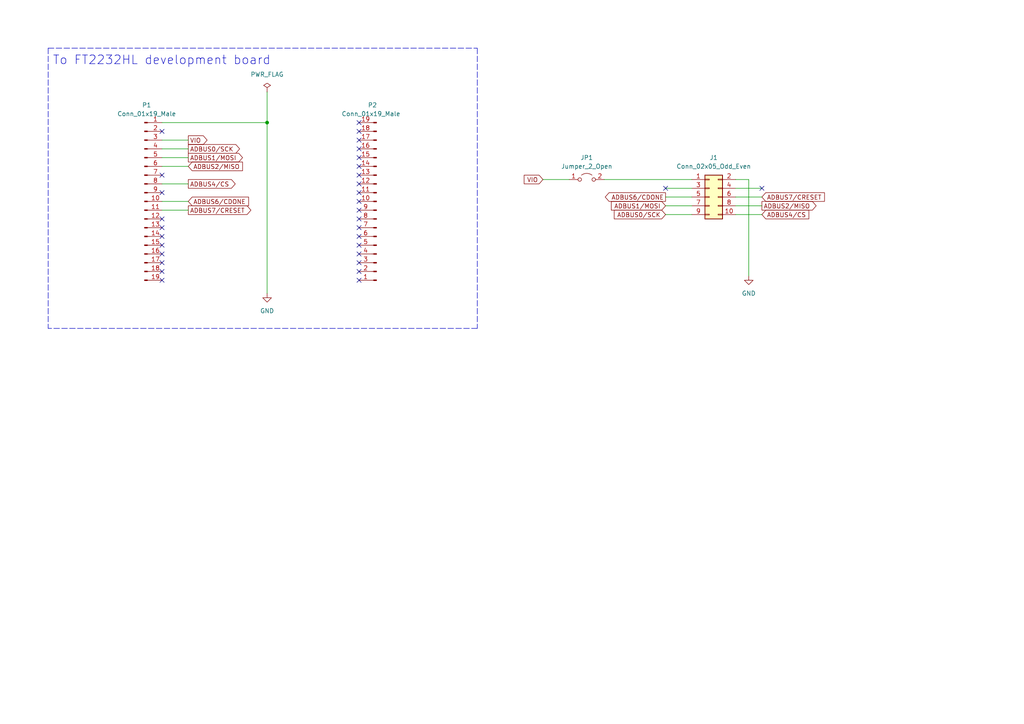
<source format=kicad_sch>
(kicad_sch (version 20211123) (generator eeschema)

  (uuid 670ddec8-9803-41e5-bf25-22ded227f554)

  (paper "A4")

  (lib_symbols
    (symbol "Connector:Conn_01x19_Male" (pin_names (offset 1.016) hide) (in_bom yes) (on_board yes)
      (property "Reference" "J" (id 0) (at 0 25.4 0)
        (effects (font (size 1.27 1.27)))
      )
      (property "Value" "Conn_01x19_Male" (id 1) (at 0 -25.4 0)
        (effects (font (size 1.27 1.27)))
      )
      (property "Footprint" "" (id 2) (at 0 0 0)
        (effects (font (size 1.27 1.27)) hide)
      )
      (property "Datasheet" "~" (id 3) (at 0 0 0)
        (effects (font (size 1.27 1.27)) hide)
      )
      (property "ki_keywords" "connector" (id 4) (at 0 0 0)
        (effects (font (size 1.27 1.27)) hide)
      )
      (property "ki_description" "Generic connector, single row, 01x19, script generated (kicad-library-utils/schlib/autogen/connector/)" (id 5) (at 0 0 0)
        (effects (font (size 1.27 1.27)) hide)
      )
      (property "ki_fp_filters" "Connector*:*_1x??_*" (id 6) (at 0 0 0)
        (effects (font (size 1.27 1.27)) hide)
      )
      (symbol "Conn_01x19_Male_1_1"
        (polyline
          (pts
            (xy 1.27 -22.86)
            (xy 0.8636 -22.86)
          )
          (stroke (width 0.1524) (type default) (color 0 0 0 0))
          (fill (type none))
        )
        (polyline
          (pts
            (xy 1.27 -20.32)
            (xy 0.8636 -20.32)
          )
          (stroke (width 0.1524) (type default) (color 0 0 0 0))
          (fill (type none))
        )
        (polyline
          (pts
            (xy 1.27 -17.78)
            (xy 0.8636 -17.78)
          )
          (stroke (width 0.1524) (type default) (color 0 0 0 0))
          (fill (type none))
        )
        (polyline
          (pts
            (xy 1.27 -15.24)
            (xy 0.8636 -15.24)
          )
          (stroke (width 0.1524) (type default) (color 0 0 0 0))
          (fill (type none))
        )
        (polyline
          (pts
            (xy 1.27 -12.7)
            (xy 0.8636 -12.7)
          )
          (stroke (width 0.1524) (type default) (color 0 0 0 0))
          (fill (type none))
        )
        (polyline
          (pts
            (xy 1.27 -10.16)
            (xy 0.8636 -10.16)
          )
          (stroke (width 0.1524) (type default) (color 0 0 0 0))
          (fill (type none))
        )
        (polyline
          (pts
            (xy 1.27 -7.62)
            (xy 0.8636 -7.62)
          )
          (stroke (width 0.1524) (type default) (color 0 0 0 0))
          (fill (type none))
        )
        (polyline
          (pts
            (xy 1.27 -5.08)
            (xy 0.8636 -5.08)
          )
          (stroke (width 0.1524) (type default) (color 0 0 0 0))
          (fill (type none))
        )
        (polyline
          (pts
            (xy 1.27 -2.54)
            (xy 0.8636 -2.54)
          )
          (stroke (width 0.1524) (type default) (color 0 0 0 0))
          (fill (type none))
        )
        (polyline
          (pts
            (xy 1.27 0)
            (xy 0.8636 0)
          )
          (stroke (width 0.1524) (type default) (color 0 0 0 0))
          (fill (type none))
        )
        (polyline
          (pts
            (xy 1.27 2.54)
            (xy 0.8636 2.54)
          )
          (stroke (width 0.1524) (type default) (color 0 0 0 0))
          (fill (type none))
        )
        (polyline
          (pts
            (xy 1.27 5.08)
            (xy 0.8636 5.08)
          )
          (stroke (width 0.1524) (type default) (color 0 0 0 0))
          (fill (type none))
        )
        (polyline
          (pts
            (xy 1.27 7.62)
            (xy 0.8636 7.62)
          )
          (stroke (width 0.1524) (type default) (color 0 0 0 0))
          (fill (type none))
        )
        (polyline
          (pts
            (xy 1.27 10.16)
            (xy 0.8636 10.16)
          )
          (stroke (width 0.1524) (type default) (color 0 0 0 0))
          (fill (type none))
        )
        (polyline
          (pts
            (xy 1.27 12.7)
            (xy 0.8636 12.7)
          )
          (stroke (width 0.1524) (type default) (color 0 0 0 0))
          (fill (type none))
        )
        (polyline
          (pts
            (xy 1.27 15.24)
            (xy 0.8636 15.24)
          )
          (stroke (width 0.1524) (type default) (color 0 0 0 0))
          (fill (type none))
        )
        (polyline
          (pts
            (xy 1.27 17.78)
            (xy 0.8636 17.78)
          )
          (stroke (width 0.1524) (type default) (color 0 0 0 0))
          (fill (type none))
        )
        (polyline
          (pts
            (xy 1.27 20.32)
            (xy 0.8636 20.32)
          )
          (stroke (width 0.1524) (type default) (color 0 0 0 0))
          (fill (type none))
        )
        (polyline
          (pts
            (xy 1.27 22.86)
            (xy 0.8636 22.86)
          )
          (stroke (width 0.1524) (type default) (color 0 0 0 0))
          (fill (type none))
        )
        (rectangle (start 0.8636 -22.733) (end 0 -22.987)
          (stroke (width 0.1524) (type default) (color 0 0 0 0))
          (fill (type outline))
        )
        (rectangle (start 0.8636 -20.193) (end 0 -20.447)
          (stroke (width 0.1524) (type default) (color 0 0 0 0))
          (fill (type outline))
        )
        (rectangle (start 0.8636 -17.653) (end 0 -17.907)
          (stroke (width 0.1524) (type default) (color 0 0 0 0))
          (fill (type outline))
        )
        (rectangle (start 0.8636 -15.113) (end 0 -15.367)
          (stroke (width 0.1524) (type default) (color 0 0 0 0))
          (fill (type outline))
        )
        (rectangle (start 0.8636 -12.573) (end 0 -12.827)
          (stroke (width 0.1524) (type default) (color 0 0 0 0))
          (fill (type outline))
        )
        (rectangle (start 0.8636 -10.033) (end 0 -10.287)
          (stroke (width 0.1524) (type default) (color 0 0 0 0))
          (fill (type outline))
        )
        (rectangle (start 0.8636 -7.493) (end 0 -7.747)
          (stroke (width 0.1524) (type default) (color 0 0 0 0))
          (fill (type outline))
        )
        (rectangle (start 0.8636 -4.953) (end 0 -5.207)
          (stroke (width 0.1524) (type default) (color 0 0 0 0))
          (fill (type outline))
        )
        (rectangle (start 0.8636 -2.413) (end 0 -2.667)
          (stroke (width 0.1524) (type default) (color 0 0 0 0))
          (fill (type outline))
        )
        (rectangle (start 0.8636 0.127) (end 0 -0.127)
          (stroke (width 0.1524) (type default) (color 0 0 0 0))
          (fill (type outline))
        )
        (rectangle (start 0.8636 2.667) (end 0 2.413)
          (stroke (width 0.1524) (type default) (color 0 0 0 0))
          (fill (type outline))
        )
        (rectangle (start 0.8636 5.207) (end 0 4.953)
          (stroke (width 0.1524) (type default) (color 0 0 0 0))
          (fill (type outline))
        )
        (rectangle (start 0.8636 7.747) (end 0 7.493)
          (stroke (width 0.1524) (type default) (color 0 0 0 0))
          (fill (type outline))
        )
        (rectangle (start 0.8636 10.287) (end 0 10.033)
          (stroke (width 0.1524) (type default) (color 0 0 0 0))
          (fill (type outline))
        )
        (rectangle (start 0.8636 12.827) (end 0 12.573)
          (stroke (width 0.1524) (type default) (color 0 0 0 0))
          (fill (type outline))
        )
        (rectangle (start 0.8636 15.367) (end 0 15.113)
          (stroke (width 0.1524) (type default) (color 0 0 0 0))
          (fill (type outline))
        )
        (rectangle (start 0.8636 17.907) (end 0 17.653)
          (stroke (width 0.1524) (type default) (color 0 0 0 0))
          (fill (type outline))
        )
        (rectangle (start 0.8636 20.447) (end 0 20.193)
          (stroke (width 0.1524) (type default) (color 0 0 0 0))
          (fill (type outline))
        )
        (rectangle (start 0.8636 22.987) (end 0 22.733)
          (stroke (width 0.1524) (type default) (color 0 0 0 0))
          (fill (type outline))
        )
        (pin passive line (at 5.08 22.86 180) (length 3.81)
          (name "Pin_1" (effects (font (size 1.27 1.27))))
          (number "1" (effects (font (size 1.27 1.27))))
        )
        (pin passive line (at 5.08 0 180) (length 3.81)
          (name "Pin_10" (effects (font (size 1.27 1.27))))
          (number "10" (effects (font (size 1.27 1.27))))
        )
        (pin passive line (at 5.08 -2.54 180) (length 3.81)
          (name "Pin_11" (effects (font (size 1.27 1.27))))
          (number "11" (effects (font (size 1.27 1.27))))
        )
        (pin passive line (at 5.08 -5.08 180) (length 3.81)
          (name "Pin_12" (effects (font (size 1.27 1.27))))
          (number "12" (effects (font (size 1.27 1.27))))
        )
        (pin passive line (at 5.08 -7.62 180) (length 3.81)
          (name "Pin_13" (effects (font (size 1.27 1.27))))
          (number "13" (effects (font (size 1.27 1.27))))
        )
        (pin passive line (at 5.08 -10.16 180) (length 3.81)
          (name "Pin_14" (effects (font (size 1.27 1.27))))
          (number "14" (effects (font (size 1.27 1.27))))
        )
        (pin passive line (at 5.08 -12.7 180) (length 3.81)
          (name "Pin_15" (effects (font (size 1.27 1.27))))
          (number "15" (effects (font (size 1.27 1.27))))
        )
        (pin passive line (at 5.08 -15.24 180) (length 3.81)
          (name "Pin_16" (effects (font (size 1.27 1.27))))
          (number "16" (effects (font (size 1.27 1.27))))
        )
        (pin passive line (at 5.08 -17.78 180) (length 3.81)
          (name "Pin_17" (effects (font (size 1.27 1.27))))
          (number "17" (effects (font (size 1.27 1.27))))
        )
        (pin passive line (at 5.08 -20.32 180) (length 3.81)
          (name "Pin_18" (effects (font (size 1.27 1.27))))
          (number "18" (effects (font (size 1.27 1.27))))
        )
        (pin passive line (at 5.08 -22.86 180) (length 3.81)
          (name "Pin_19" (effects (font (size 1.27 1.27))))
          (number "19" (effects (font (size 1.27 1.27))))
        )
        (pin passive line (at 5.08 20.32 180) (length 3.81)
          (name "Pin_2" (effects (font (size 1.27 1.27))))
          (number "2" (effects (font (size 1.27 1.27))))
        )
        (pin passive line (at 5.08 17.78 180) (length 3.81)
          (name "Pin_3" (effects (font (size 1.27 1.27))))
          (number "3" (effects (font (size 1.27 1.27))))
        )
        (pin passive line (at 5.08 15.24 180) (length 3.81)
          (name "Pin_4" (effects (font (size 1.27 1.27))))
          (number "4" (effects (font (size 1.27 1.27))))
        )
        (pin passive line (at 5.08 12.7 180) (length 3.81)
          (name "Pin_5" (effects (font (size 1.27 1.27))))
          (number "5" (effects (font (size 1.27 1.27))))
        )
        (pin passive line (at 5.08 10.16 180) (length 3.81)
          (name "Pin_6" (effects (font (size 1.27 1.27))))
          (number "6" (effects (font (size 1.27 1.27))))
        )
        (pin passive line (at 5.08 7.62 180) (length 3.81)
          (name "Pin_7" (effects (font (size 1.27 1.27))))
          (number "7" (effects (font (size 1.27 1.27))))
        )
        (pin passive line (at 5.08 5.08 180) (length 3.81)
          (name "Pin_8" (effects (font (size 1.27 1.27))))
          (number "8" (effects (font (size 1.27 1.27))))
        )
        (pin passive line (at 5.08 2.54 180) (length 3.81)
          (name "Pin_9" (effects (font (size 1.27 1.27))))
          (number "9" (effects (font (size 1.27 1.27))))
        )
      )
    )
    (symbol "Connector_Generic:Conn_02x05_Odd_Even" (pin_names (offset 1.016) hide) (in_bom yes) (on_board yes)
      (property "Reference" "J" (id 0) (at 1.27 7.62 0)
        (effects (font (size 1.27 1.27)))
      )
      (property "Value" "Conn_02x05_Odd_Even" (id 1) (at 1.27 -7.62 0)
        (effects (font (size 1.27 1.27)))
      )
      (property "Footprint" "" (id 2) (at 0 0 0)
        (effects (font (size 1.27 1.27)) hide)
      )
      (property "Datasheet" "~" (id 3) (at 0 0 0)
        (effects (font (size 1.27 1.27)) hide)
      )
      (property "ki_keywords" "connector" (id 4) (at 0 0 0)
        (effects (font (size 1.27 1.27)) hide)
      )
      (property "ki_description" "Generic connector, double row, 02x05, odd/even pin numbering scheme (row 1 odd numbers, row 2 even numbers), script generated (kicad-library-utils/schlib/autogen/connector/)" (id 5) (at 0 0 0)
        (effects (font (size 1.27 1.27)) hide)
      )
      (property "ki_fp_filters" "Connector*:*_2x??_*" (id 6) (at 0 0 0)
        (effects (font (size 1.27 1.27)) hide)
      )
      (symbol "Conn_02x05_Odd_Even_1_1"
        (rectangle (start -1.27 -4.953) (end 0 -5.207)
          (stroke (width 0.1524) (type default) (color 0 0 0 0))
          (fill (type none))
        )
        (rectangle (start -1.27 -2.413) (end 0 -2.667)
          (stroke (width 0.1524) (type default) (color 0 0 0 0))
          (fill (type none))
        )
        (rectangle (start -1.27 0.127) (end 0 -0.127)
          (stroke (width 0.1524) (type default) (color 0 0 0 0))
          (fill (type none))
        )
        (rectangle (start -1.27 2.667) (end 0 2.413)
          (stroke (width 0.1524) (type default) (color 0 0 0 0))
          (fill (type none))
        )
        (rectangle (start -1.27 5.207) (end 0 4.953)
          (stroke (width 0.1524) (type default) (color 0 0 0 0))
          (fill (type none))
        )
        (rectangle (start -1.27 6.35) (end 3.81 -6.35)
          (stroke (width 0.254) (type default) (color 0 0 0 0))
          (fill (type background))
        )
        (rectangle (start 3.81 -4.953) (end 2.54 -5.207)
          (stroke (width 0.1524) (type default) (color 0 0 0 0))
          (fill (type none))
        )
        (rectangle (start 3.81 -2.413) (end 2.54 -2.667)
          (stroke (width 0.1524) (type default) (color 0 0 0 0))
          (fill (type none))
        )
        (rectangle (start 3.81 0.127) (end 2.54 -0.127)
          (stroke (width 0.1524) (type default) (color 0 0 0 0))
          (fill (type none))
        )
        (rectangle (start 3.81 2.667) (end 2.54 2.413)
          (stroke (width 0.1524) (type default) (color 0 0 0 0))
          (fill (type none))
        )
        (rectangle (start 3.81 5.207) (end 2.54 4.953)
          (stroke (width 0.1524) (type default) (color 0 0 0 0))
          (fill (type none))
        )
        (pin passive line (at -5.08 5.08 0) (length 3.81)
          (name "Pin_1" (effects (font (size 1.27 1.27))))
          (number "1" (effects (font (size 1.27 1.27))))
        )
        (pin passive line (at 7.62 -5.08 180) (length 3.81)
          (name "Pin_10" (effects (font (size 1.27 1.27))))
          (number "10" (effects (font (size 1.27 1.27))))
        )
        (pin passive line (at 7.62 5.08 180) (length 3.81)
          (name "Pin_2" (effects (font (size 1.27 1.27))))
          (number "2" (effects (font (size 1.27 1.27))))
        )
        (pin passive line (at -5.08 2.54 0) (length 3.81)
          (name "Pin_3" (effects (font (size 1.27 1.27))))
          (number "3" (effects (font (size 1.27 1.27))))
        )
        (pin passive line (at 7.62 2.54 180) (length 3.81)
          (name "Pin_4" (effects (font (size 1.27 1.27))))
          (number "4" (effects (font (size 1.27 1.27))))
        )
        (pin passive line (at -5.08 0 0) (length 3.81)
          (name "Pin_5" (effects (font (size 1.27 1.27))))
          (number "5" (effects (font (size 1.27 1.27))))
        )
        (pin passive line (at 7.62 0 180) (length 3.81)
          (name "Pin_6" (effects (font (size 1.27 1.27))))
          (number "6" (effects (font (size 1.27 1.27))))
        )
        (pin passive line (at -5.08 -2.54 0) (length 3.81)
          (name "Pin_7" (effects (font (size 1.27 1.27))))
          (number "7" (effects (font (size 1.27 1.27))))
        )
        (pin passive line (at 7.62 -2.54 180) (length 3.81)
          (name "Pin_8" (effects (font (size 1.27 1.27))))
          (number "8" (effects (font (size 1.27 1.27))))
        )
        (pin passive line (at -5.08 -5.08 0) (length 3.81)
          (name "Pin_9" (effects (font (size 1.27 1.27))))
          (number "9" (effects (font (size 1.27 1.27))))
        )
      )
    )
    (symbol "Jumper:Jumper_2_Open" (pin_names (offset 0) hide) (in_bom yes) (on_board yes)
      (property "Reference" "JP" (id 0) (at 0 2.794 0)
        (effects (font (size 1.27 1.27)))
      )
      (property "Value" "Jumper_2_Open" (id 1) (at 0 -2.286 0)
        (effects (font (size 1.27 1.27)))
      )
      (property "Footprint" "" (id 2) (at 0 0 0)
        (effects (font (size 1.27 1.27)) hide)
      )
      (property "Datasheet" "~" (id 3) (at 0 0 0)
        (effects (font (size 1.27 1.27)) hide)
      )
      (property "ki_keywords" "Jumper SPST" (id 4) (at 0 0 0)
        (effects (font (size 1.27 1.27)) hide)
      )
      (property "ki_description" "Jumper, 2-pole, open" (id 5) (at 0 0 0)
        (effects (font (size 1.27 1.27)) hide)
      )
      (property "ki_fp_filters" "Jumper* TestPoint*2Pads* TestPoint*Bridge*" (id 6) (at 0 0 0)
        (effects (font (size 1.27 1.27)) hide)
      )
      (symbol "Jumper_2_Open_0_0"
        (circle (center -2.032 0) (radius 0.508)
          (stroke (width 0) (type default) (color 0 0 0 0))
          (fill (type none))
        )
        (circle (center 2.032 0) (radius 0.508)
          (stroke (width 0) (type default) (color 0 0 0 0))
          (fill (type none))
        )
      )
      (symbol "Jumper_2_Open_0_1"
        (arc (start 1.524 1.27) (mid 0 1.778) (end -1.524 1.27)
          (stroke (width 0) (type default) (color 0 0 0 0))
          (fill (type none))
        )
      )
      (symbol "Jumper_2_Open_1_1"
        (pin passive line (at -5.08 0 0) (length 2.54)
          (name "A" (effects (font (size 1.27 1.27))))
          (number "1" (effects (font (size 1.27 1.27))))
        )
        (pin passive line (at 5.08 0 180) (length 2.54)
          (name "B" (effects (font (size 1.27 1.27))))
          (number "2" (effects (font (size 1.27 1.27))))
        )
      )
    )
    (symbol "power:GND" (power) (pin_names (offset 0)) (in_bom yes) (on_board yes)
      (property "Reference" "#PWR" (id 0) (at 0 -6.35 0)
        (effects (font (size 1.27 1.27)) hide)
      )
      (property "Value" "GND" (id 1) (at 0 -3.81 0)
        (effects (font (size 1.27 1.27)))
      )
      (property "Footprint" "" (id 2) (at 0 0 0)
        (effects (font (size 1.27 1.27)) hide)
      )
      (property "Datasheet" "" (id 3) (at 0 0 0)
        (effects (font (size 1.27 1.27)) hide)
      )
      (property "ki_keywords" "power-flag" (id 4) (at 0 0 0)
        (effects (font (size 1.27 1.27)) hide)
      )
      (property "ki_description" "Power symbol creates a global label with name \"GND\" , ground" (id 5) (at 0 0 0)
        (effects (font (size 1.27 1.27)) hide)
      )
      (symbol "GND_0_1"
        (polyline
          (pts
            (xy 0 0)
            (xy 0 -1.27)
            (xy 1.27 -1.27)
            (xy 0 -2.54)
            (xy -1.27 -1.27)
            (xy 0 -1.27)
          )
          (stroke (width 0) (type default) (color 0 0 0 0))
          (fill (type none))
        )
      )
      (symbol "GND_1_1"
        (pin power_in line (at 0 0 270) (length 0) hide
          (name "GND" (effects (font (size 1.27 1.27))))
          (number "1" (effects (font (size 1.27 1.27))))
        )
      )
    )
    (symbol "power:PWR_FLAG" (power) (pin_numbers hide) (pin_names (offset 0) hide) (in_bom yes) (on_board yes)
      (property "Reference" "#FLG" (id 0) (at 0 1.905 0)
        (effects (font (size 1.27 1.27)) hide)
      )
      (property "Value" "PWR_FLAG" (id 1) (at 0 3.81 0)
        (effects (font (size 1.27 1.27)))
      )
      (property "Footprint" "" (id 2) (at 0 0 0)
        (effects (font (size 1.27 1.27)) hide)
      )
      (property "Datasheet" "~" (id 3) (at 0 0 0)
        (effects (font (size 1.27 1.27)) hide)
      )
      (property "ki_keywords" "power-flag" (id 4) (at 0 0 0)
        (effects (font (size 1.27 1.27)) hide)
      )
      (property "ki_description" "Special symbol for telling ERC where power comes from" (id 5) (at 0 0 0)
        (effects (font (size 1.27 1.27)) hide)
      )
      (symbol "PWR_FLAG_0_0"
        (pin power_out line (at 0 0 90) (length 0)
          (name "pwr" (effects (font (size 1.27 1.27))))
          (number "1" (effects (font (size 1.27 1.27))))
        )
      )
      (symbol "PWR_FLAG_0_1"
        (polyline
          (pts
            (xy 0 0)
            (xy 0 1.27)
            (xy -1.016 1.905)
            (xy 0 2.54)
            (xy 1.016 1.905)
            (xy 0 1.27)
          )
          (stroke (width 0) (type default) (color 0 0 0 0))
          (fill (type none))
        )
      )
    )
  )

  (junction (at 77.47 35.56) (diameter 0) (color 0 0 0 0)
    (uuid f0e25277-13b0-4e41-afea-d1c9e9614694)
  )

  (no_connect (at 46.99 66.04) (uuid 071f9ef5-4803-4ccd-a680-23eeb6d756c7))
  (no_connect (at 104.14 66.04) (uuid 0ef8fdbb-74e4-4465-851d-d7b9d80f023c))
  (no_connect (at 104.14 71.12) (uuid 11c6a6c1-c819-4283-b2db-d94cc817f39e))
  (no_connect (at 104.14 48.26) (uuid 2b26ed39-7dc2-47f6-9e11-184922cefda5))
  (no_connect (at 46.99 55.88) (uuid 2d871792-129c-49c4-967e-25d0b8976968))
  (no_connect (at 220.98 54.61) (uuid 2e7d12d9-0111-40a7-8d62-4724bc3bb17b))
  (no_connect (at 46.99 81.28) (uuid 33e3e735-3263-4396-a03f-63499b2638bd))
  (no_connect (at 46.99 76.2) (uuid 386bbd24-fb48-49e4-9ed3-aa0d39e8801b))
  (no_connect (at 104.14 63.5) (uuid 40da77c4-7d20-41a2-8d70-dab3322254b6))
  (no_connect (at 46.99 63.5) (uuid 416a7fb1-ca67-4a66-a5e8-eff377420162))
  (no_connect (at 104.14 60.96) (uuid 50b0a64c-fc63-476d-b034-bcb5c6799688))
  (no_connect (at 104.14 38.1) (uuid 522f98e7-431f-4382-bb18-996ad24ef4f3))
  (no_connect (at 104.14 35.56) (uuid 56f3891b-2a77-4d32-bbd3-8eb95b979fc9))
  (no_connect (at 46.99 68.58) (uuid 70c2e7df-d40a-4bfc-a83f-e8a295c38bd8))
  (no_connect (at 104.14 81.28) (uuid 74ac658e-7f23-4f7d-9ff6-763799c3afe1))
  (no_connect (at 46.99 38.1) (uuid 95bedb2f-b8a9-4e85-9fa8-2114bfd11685))
  (no_connect (at 104.14 45.72) (uuid 95dce147-f5a8-4ac7-9787-24615dae206e))
  (no_connect (at 193.04 54.61) (uuid 9610cd25-aa1f-4076-b18f-a29234f55284))
  (no_connect (at 46.99 71.12) (uuid 97030083-ef4b-4d6e-b622-3273445a25da))
  (no_connect (at 104.14 43.18) (uuid a13f33b3-cab6-4784-b666-ac23f5312e11))
  (no_connect (at 104.14 53.34) (uuid ab9b052a-e25b-417e-8a9e-9ea29dbc17e8))
  (no_connect (at 104.14 68.58) (uuid b00b8d18-5ba8-430b-808b-4a10f411782e))
  (no_connect (at 104.14 73.66) (uuid b3fe29e3-214d-4e96-a715-80333d74694f))
  (no_connect (at 46.99 73.66) (uuid b824eac0-254b-496f-b3c7-bbb9ebc27b82))
  (no_connect (at 104.14 76.2) (uuid c54248d4-1140-42fa-bf1d-6b0ddf90d404))
  (no_connect (at 46.99 50.8) (uuid c6ce6992-055f-4693-bcc3-7efdfa327e12))
  (no_connect (at 104.14 58.42) (uuid cb1a711a-6212-4094-a8a8-a629bf46dda6))
  (no_connect (at 104.14 50.8) (uuid cbac8726-6376-4ac6-a1ea-ff2759a5f30f))
  (no_connect (at 104.14 78.74) (uuid cde6199b-49a0-4df1-aed5-569dd21c7865))
  (no_connect (at 46.99 78.74) (uuid d2692b12-c43f-4bd7-adc5-9d54e99bdb3e))
  (no_connect (at 104.14 40.64) (uuid e167b689-f75f-4feb-8e07-30cbd99a9e48))
  (no_connect (at 104.14 55.88) (uuid f2d6dd9c-c731-418a-b451-a1b3ce7c68c9))

  (wire (pts (xy 213.36 62.23) (xy 220.98 62.23))
    (stroke (width 0) (type default) (color 0 0 0 0))
    (uuid 04b03b7f-92a1-46b4-a703-a8da76cefe35)
  )
  (wire (pts (xy 193.04 54.61) (xy 200.66 54.61))
    (stroke (width 0) (type default) (color 0 0 0 0))
    (uuid 04e44323-1bdf-4ad3-b22c-8c1518feebe7)
  )
  (wire (pts (xy 46.99 60.96) (xy 54.61 60.96))
    (stroke (width 0) (type default) (color 0 0 0 0))
    (uuid 0ed1764c-99b1-4031-b62a-7123d10d075f)
  )
  (wire (pts (xy 193.04 62.23) (xy 200.66 62.23))
    (stroke (width 0) (type default) (color 0 0 0 0))
    (uuid 1747039f-1b4e-4f71-a3f0-e20ca67e251b)
  )
  (wire (pts (xy 213.36 52.07) (xy 217.17 52.07))
    (stroke (width 0) (type default) (color 0 0 0 0))
    (uuid 24261e2e-4e2d-4588-b05b-ffeed43f9cc9)
  )
  (wire (pts (xy 46.99 48.26) (xy 54.61 48.26))
    (stroke (width 0) (type default) (color 0 0 0 0))
    (uuid 34d81cf5-a3be-4c0c-86ff-9d46dd9cb9f2)
  )
  (wire (pts (xy 193.04 59.69) (xy 200.66 59.69))
    (stroke (width 0) (type default) (color 0 0 0 0))
    (uuid 36a7b5b4-3e58-4097-9d1e-745b482ff7f8)
  )
  (wire (pts (xy 77.47 26.67) (xy 77.47 35.56))
    (stroke (width 0) (type default) (color 0 0 0 0))
    (uuid 40f0cbe9-3520-43f3-ab54-11f9f04e79e0)
  )
  (wire (pts (xy 157.48 52.07) (xy 165.1 52.07))
    (stroke (width 0) (type default) (color 0 0 0 0))
    (uuid 58fe97b2-5b35-4355-af01-81c37ac26cb6)
  )
  (wire (pts (xy 213.36 59.69) (xy 220.98 59.69))
    (stroke (width 0) (type default) (color 0 0 0 0))
    (uuid 5a016340-a8b5-402b-b34d-775ea6106a17)
  )
  (wire (pts (xy 193.04 57.15) (xy 200.66 57.15))
    (stroke (width 0) (type default) (color 0 0 0 0))
    (uuid 693258e4-474c-4d0f-a017-9ec389ab0a06)
  )
  (wire (pts (xy 213.36 54.61) (xy 220.98 54.61))
    (stroke (width 0) (type default) (color 0 0 0 0))
    (uuid 69c8550c-fd74-4b74-be64-ef3089c4f0ec)
  )
  (polyline (pts (xy 138.43 95.25) (xy 13.97 95.25))
    (stroke (width 0) (type default) (color 0 0 0 0))
    (uuid 7763853b-5607-4de6-b41c-064f27804ba0)
  )

  (wire (pts (xy 175.26 52.07) (xy 200.66 52.07))
    (stroke (width 0) (type default) (color 0 0 0 0))
    (uuid 7a389de2-9b16-47f1-be8b-588397aafbf0)
  )
  (wire (pts (xy 46.99 40.64) (xy 54.61 40.64))
    (stroke (width 0) (type default) (color 0 0 0 0))
    (uuid 7c5d417a-75b1-401b-bb2c-d5543ac732f7)
  )
  (wire (pts (xy 213.36 57.15) (xy 220.98 57.15))
    (stroke (width 0) (type default) (color 0 0 0 0))
    (uuid 8a48e3c7-3ab5-4224-976b-ad9fb41cf8c6)
  )
  (wire (pts (xy 46.99 45.72) (xy 54.61 45.72))
    (stroke (width 0) (type default) (color 0 0 0 0))
    (uuid 91d743cb-b330-46e5-83a5-f1cdb9d2ce3e)
  )
  (wire (pts (xy 46.99 43.18) (xy 54.61 43.18))
    (stroke (width 0) (type default) (color 0 0 0 0))
    (uuid a3762da6-76a2-4121-9785-679e8d494f39)
  )
  (polyline (pts (xy 13.97 13.97) (xy 13.97 95.25))
    (stroke (width 0) (type default) (color 0 0 0 0))
    (uuid a7235586-002a-4a9b-96a1-872e60c06e57)
  )

  (wire (pts (xy 46.99 53.34) (xy 54.61 53.34))
    (stroke (width 0) (type default) (color 0 0 0 0))
    (uuid a8c2c962-6e34-4979-a245-28b4b4ab024d)
  )
  (wire (pts (xy 46.99 58.42) (xy 54.61 58.42))
    (stroke (width 0) (type default) (color 0 0 0 0))
    (uuid bcb6f9bb-abb5-45e2-a038-ec880e68caf3)
  )
  (wire (pts (xy 217.17 52.07) (xy 217.17 80.01))
    (stroke (width 0) (type default) (color 0 0 0 0))
    (uuid c188066c-4b2b-4eab-8a36-7bf96eed65a4)
  )
  (wire (pts (xy 77.47 85.09) (xy 77.47 35.56))
    (stroke (width 0) (type default) (color 0 0 0 0))
    (uuid c21e3bf0-e99e-4bc2-8a4c-44643eff8323)
  )
  (polyline (pts (xy 13.97 13.97) (xy 138.43 13.97))
    (stroke (width 0) (type default) (color 0 0 0 0))
    (uuid d4e02fa1-a4a0-4351-8c94-191d9e4c2c22)
  )

  (wire (pts (xy 46.99 35.56) (xy 77.47 35.56))
    (stroke (width 0) (type default) (color 0 0 0 0))
    (uuid ddefe01b-5506-4dd9-b3bd-c1a86f9fa190)
  )
  (polyline (pts (xy 138.43 13.97) (xy 138.43 95.25))
    (stroke (width 0) (type default) (color 0 0 0 0))
    (uuid f98c77ee-93ea-4be2-8266-1f37ea1eda1b)
  )

  (text "To FT2232HL development board" (at 15.24 19.05 0)
    (effects (font (size 2.54 2.54)) (justify left bottom))
    (uuid ef7f4de5-f6e3-46b2-854f-f1edc02211f6)
  )

  (global_label "ADBUS7{slash}CRESET" (shape output) (at 54.61 60.96 0) (fields_autoplaced)
    (effects (font (size 1.27 1.27)) (justify left))
    (uuid 2527a8b0-97e1-46e4-a2f5-60c3bf5cf1fb)
    (property "Intersheet References" "${INTERSHEET_REFS}" (id 0) (at 72.7469 60.8806 0)
      (effects (font (size 1.27 1.27)) (justify left) hide)
    )
  )
  (global_label "ADBUS0{slash}SCK" (shape input) (at 193.04 62.23 180) (fields_autoplaced)
    (effects (font (size 1.27 1.27)) (justify right))
    (uuid 2ac05012-9409-4154-b4e0-177b75dcb4a6)
    (property "Intersheet References" "${INTERSHEET_REFS}" (id 0) (at 178.1688 62.1506 0)
      (effects (font (size 1.27 1.27)) (justify right) hide)
    )
  )
  (global_label "ADBUS1{slash}MOSI" (shape input) (at 193.04 59.69 180) (fields_autoplaced)
    (effects (font (size 1.27 1.27)) (justify right))
    (uuid 3869c81a-2a2d-49e7-a4b9-87874806d0d4)
    (property "Intersheet References" "${INTERSHEET_REFS}" (id 0) (at 177.3221 59.6106 0)
      (effects (font (size 1.27 1.27)) (justify right) hide)
    )
  )
  (global_label "ADBUS7{slash}CRESET" (shape input) (at 220.98 57.15 0) (fields_autoplaced)
    (effects (font (size 1.27 1.27)) (justify left))
    (uuid 7c03e9a4-0330-4568-bc60-805cfc064cab)
    (property "Intersheet References" "${INTERSHEET_REFS}" (id 0) (at 239.1169 57.0706 0)
      (effects (font (size 1.27 1.27)) (justify left) hide)
    )
  )
  (global_label "ADBUS1{slash}MOSI" (shape output) (at 54.61 45.72 0) (fields_autoplaced)
    (effects (font (size 1.27 1.27)) (justify left))
    (uuid 87c8fe04-4739-4273-a513-35be662ff1be)
    (property "Intersheet References" "${INTERSHEET_REFS}" (id 0) (at 70.3279 45.6406 0)
      (effects (font (size 1.27 1.27)) (justify left) hide)
    )
  )
  (global_label "ADBUS6{slash}CDONE" (shape output) (at 193.04 57.15 180) (fields_autoplaced)
    (effects (font (size 1.27 1.27)) (justify right))
    (uuid 9b696483-2687-40e9-9e65-98d4cba04cb2)
    (property "Intersheet References" "${INTERSHEET_REFS}" (id 0) (at 175.5683 57.0706 0)
      (effects (font (size 1.27 1.27)) (justify right) hide)
    )
  )
  (global_label "VIO" (shape output) (at 54.61 40.64 0) (fields_autoplaced)
    (effects (font (size 1.27 1.27)) (justify left))
    (uuid b0016fbb-a51f-4c0c-bb13-7b8f4f900d8e)
    (property "Intersheet References" "${INTERSHEET_REFS}" (id 0) (at 60.0469 40.5606 0)
      (effects (font (size 1.27 1.27)) (justify left) hide)
    )
  )
  (global_label "ADBUS4{slash}CS" (shape input) (at 220.98 62.23 0) (fields_autoplaced)
    (effects (font (size 1.27 1.27)) (justify left))
    (uuid b027c3d8-f709-4911-824d-3b9802860de9)
    (property "Intersheet References" "${INTERSHEET_REFS}" (id 0) (at 234.5812 62.1506 0)
      (effects (font (size 1.27 1.27)) (justify left) hide)
    )
  )
  (global_label "VIO" (shape input) (at 157.48 52.07 180) (fields_autoplaced)
    (effects (font (size 1.27 1.27)) (justify right))
    (uuid b163d770-f5c2-4b7a-9cb4-dd5deddd509a)
    (property "Intersheet References" "${INTERSHEET_REFS}" (id 0) (at 152.0431 52.1494 0)
      (effects (font (size 1.27 1.27)) (justify right) hide)
    )
  )
  (global_label "ADBUS4{slash}CS" (shape output) (at 54.61 53.34 0) (fields_autoplaced)
    (effects (font (size 1.27 1.27)) (justify left))
    (uuid b46ca45f-fc87-41f4-9eeb-09857eada7c6)
    (property "Intersheet References" "${INTERSHEET_REFS}" (id 0) (at 68.2112 53.2606 0)
      (effects (font (size 1.27 1.27)) (justify left) hide)
    )
  )
  (global_label "ADBUS2{slash}MISO" (shape input) (at 54.61 48.26 0) (fields_autoplaced)
    (effects (font (size 1.27 1.27)) (justify left))
    (uuid bf3bd20f-3ed1-4707-bc52-1cf5dcc2e854)
    (property "Intersheet References" "${INTERSHEET_REFS}" (id 0) (at 70.3279 48.1806 0)
      (effects (font (size 1.27 1.27)) (justify left) hide)
    )
  )
  (global_label "ADBUS2{slash}MISO" (shape output) (at 220.98 59.69 0) (fields_autoplaced)
    (effects (font (size 1.27 1.27)) (justify left))
    (uuid c40c1c73-6efc-43bb-a877-9bdb29f23fd8)
    (property "Intersheet References" "${INTERSHEET_REFS}" (id 0) (at 236.6979 59.6106 0)
      (effects (font (size 1.27 1.27)) (justify left) hide)
    )
  )
  (global_label "ADBUS0{slash}SCK" (shape output) (at 54.61 43.18 0) (fields_autoplaced)
    (effects (font (size 1.27 1.27)) (justify left))
    (uuid d0958744-2da4-4638-ac17-e9dd29bba503)
    (property "Intersheet References" "${INTERSHEET_REFS}" (id 0) (at 69.4812 43.1006 0)
      (effects (font (size 1.27 1.27)) (justify left) hide)
    )
  )
  (global_label "ADBUS6{slash}CDONE" (shape input) (at 54.61 58.42 0) (fields_autoplaced)
    (effects (font (size 1.27 1.27)) (justify left))
    (uuid d27b5e42-2b3a-4a41-92d8-0c56113f6525)
    (property "Intersheet References" "${INTERSHEET_REFS}" (id 0) (at 72.0817 58.3406 0)
      (effects (font (size 1.27 1.27)) (justify left) hide)
    )
  )

  (symbol (lib_id "Jumper:Jumper_2_Open") (at 170.18 52.07 0) (unit 1)
    (in_bom yes) (on_board yes) (fields_autoplaced)
    (uuid 36ebe855-09bd-4156-80c1-65ca30052e73)
    (property "Reference" "JP1" (id 0) (at 170.18 45.72 0))
    (property "Value" "Jumper_2_Open" (id 1) (at 170.18 48.26 0))
    (property "Footprint" "Connector_PinHeader_2.54mm:PinHeader_1x02_P2.54mm_Vertical" (id 2) (at 170.18 52.07 0)
      (effects (font (size 1.27 1.27)) hide)
    )
    (property "Datasheet" "~" (id 3) (at 170.18 52.07 0)
      (effects (font (size 1.27 1.27)) hide)
    )
    (pin "1" (uuid 67f1aef0-abb5-4854-807d-90274218585e))
    (pin "2" (uuid f2ab02bd-2deb-4c9a-979d-63f49cf8f9f3))
  )

  (symbol (lib_id "power:GND") (at 217.17 80.01 0) (unit 1)
    (in_bom yes) (on_board yes) (fields_autoplaced)
    (uuid 38c20d26-6ae0-4d68-951c-e5f330e575fa)
    (property "Reference" "#PWR02" (id 0) (at 217.17 86.36 0)
      (effects (font (size 1.27 1.27)) hide)
    )
    (property "Value" "GND" (id 1) (at 217.17 85.09 0))
    (property "Footprint" "" (id 2) (at 217.17 80.01 0)
      (effects (font (size 1.27 1.27)) hide)
    )
    (property "Datasheet" "" (id 3) (at 217.17 80.01 0)
      (effects (font (size 1.27 1.27)) hide)
    )
    (pin "1" (uuid fa9099c2-8765-4975-b1a6-383352f01f2b))
  )

  (symbol (lib_id "Connector_Generic:Conn_02x05_Odd_Even") (at 205.74 57.15 0) (unit 1)
    (in_bom yes) (on_board yes) (fields_autoplaced)
    (uuid 46b4ccea-251c-470d-a61c-b3e0a50b67c1)
    (property "Reference" "J1" (id 0) (at 207.01 45.72 0))
    (property "Value" "Conn_02x05_Odd_Even" (id 1) (at 207.01 48.26 0))
    (property "Footprint" "Connector_IDC:IDC-Header_2x05_P2.54mm_Horizontal" (id 2) (at 205.74 57.15 0)
      (effects (font (size 1.27 1.27)) hide)
    )
    (property "Datasheet" "~" (id 3) (at 205.74 57.15 0)
      (effects (font (size 1.27 1.27)) hide)
    )
    (pin "1" (uuid 596efe0d-8256-49f2-bccd-353a73ae429c))
    (pin "10" (uuid 2b9acede-6a1a-4b85-b4d7-2b3d6a95038d))
    (pin "2" (uuid d1eb38c8-7f70-430e-a895-f35929827588))
    (pin "3" (uuid 3af6ce3b-796f-48f5-8194-ff1355f3702c))
    (pin "4" (uuid 1537f2f7-af44-42c8-a284-2d4b45a08b75))
    (pin "5" (uuid 7d245c4a-2f9a-43ba-90aa-ee5b061490e0))
    (pin "6" (uuid 31f57fde-ae6c-4ce5-83c4-16c6aa246690))
    (pin "7" (uuid 443f2604-97ae-4779-85ea-58fb599bf766))
    (pin "8" (uuid ad829ae8-befb-4722-83e8-04481e6ad6bc))
    (pin "9" (uuid e680d1bd-28a1-4983-8210-27db411a784c))
  )

  (symbol (lib_id "power:GND") (at 77.47 85.09 0) (unit 1)
    (in_bom yes) (on_board yes) (fields_autoplaced)
    (uuid 7c5a7cb1-7bc7-4400-8597-d509ee19d729)
    (property "Reference" "#PWR01" (id 0) (at 77.47 91.44 0)
      (effects (font (size 1.27 1.27)) hide)
    )
    (property "Value" "GND" (id 1) (at 77.47 90.17 0))
    (property "Footprint" "" (id 2) (at 77.47 85.09 0)
      (effects (font (size 1.27 1.27)) hide)
    )
    (property "Datasheet" "" (id 3) (at 77.47 85.09 0)
      (effects (font (size 1.27 1.27)) hide)
    )
    (pin "1" (uuid 5a7ab2be-d9b2-466c-a778-c1932d655406))
  )

  (symbol (lib_id "Connector:Conn_01x19_Male") (at 41.91 58.42 0) (unit 1)
    (in_bom yes) (on_board yes) (fields_autoplaced)
    (uuid 8fa6c0f5-f094-4df5-aeb0-b72720599a89)
    (property "Reference" "P1" (id 0) (at 42.545 30.48 0))
    (property "Value" "Conn_01x19_Male" (id 1) (at 42.545 33.02 0))
    (property "Footprint" "Connector_PinHeader_2.54mm:PinHeader_1x19_P2.54mm_Vertical" (id 2) (at 41.91 58.42 0)
      (effects (font (size 1.27 1.27)) hide)
    )
    (property "Datasheet" "~" (id 3) (at 41.91 58.42 0)
      (effects (font (size 1.27 1.27)) hide)
    )
    (pin "1" (uuid e08db618-7c46-4761-9dae-18b22d0d5255))
    (pin "10" (uuid 0828c3c0-a356-4d04-b1ad-329191f00dec))
    (pin "11" (uuid fb02c28d-af80-4e44-acb7-23a4f38c10d4))
    (pin "12" (uuid a80fb741-078c-42ce-a24c-ad566cf671ed))
    (pin "13" (uuid 3df60ec3-f36a-406b-848b-959a85e5fde3))
    (pin "14" (uuid d0c46fa9-8f13-4cca-93cb-f2511ce0cb0d))
    (pin "15" (uuid 1b6c0ad0-90d6-4e3a-90be-40a7718827b5))
    (pin "16" (uuid 5e549870-900a-473a-b650-0b1254338f78))
    (pin "17" (uuid 0efbb7e3-19c1-4676-b2a6-e24d8dfbe078))
    (pin "18" (uuid 06058de2-ef75-4d25-b3c1-7a852c40f703))
    (pin "19" (uuid b8aaeb38-240c-4e03-8f82-8b73497a8b5d))
    (pin "2" (uuid 612990ab-a6d6-4ed9-8e10-11d73838e734))
    (pin "3" (uuid 831d7243-9a0e-474e-919e-e3ccb43c8db2))
    (pin "4" (uuid 2ef4b911-567c-43e8-9005-262a7cd6eaa4))
    (pin "5" (uuid 06259bde-ca64-4c9c-b0b0-c498a11f9da4))
    (pin "6" (uuid 7fb99783-b001-46bb-b90a-1adda77f2a19))
    (pin "7" (uuid 9a3cba75-2b48-4f93-9fa7-167323916e91))
    (pin "8" (uuid a5d9dcf6-0f6c-4458-8116-977de8a78797))
    (pin "9" (uuid 83af3b24-ac20-476c-b7c3-4802361a61ce))
  )

  (symbol (lib_id "Connector:Conn_01x19_Male") (at 109.22 58.42 180) (unit 1)
    (in_bom yes) (on_board yes)
    (uuid a72b0bde-ecb6-4984-9157-5818191ba11d)
    (property "Reference" "P2" (id 0) (at 106.68 30.48 0)
      (effects (font (size 1.27 1.27)) (justify right))
    )
    (property "Value" "Conn_01x19_Male" (id 1) (at 99.06 33.02 0)
      (effects (font (size 1.27 1.27)) (justify right))
    )
    (property "Footprint" "Connector_PinHeader_2.54mm:PinHeader_1x19_P2.54mm_Vertical" (id 2) (at 109.22 58.42 0)
      (effects (font (size 1.27 1.27)) hide)
    )
    (property "Datasheet" "~" (id 3) (at 109.22 58.42 0)
      (effects (font (size 1.27 1.27)) hide)
    )
    (pin "1" (uuid 8711acb5-26d4-4737-bd16-0565fafaf902))
    (pin "10" (uuid 8efbd169-a342-4a88-8cfe-215a9ce20cd2))
    (pin "11" (uuid 7646dea0-c526-4f1c-971d-434204fafc23))
    (pin "12" (uuid 29dac7b5-65e2-4db4-82bd-075acd200979))
    (pin "13" (uuid 048ef2ab-695f-4fed-b7f4-c38ca5658070))
    (pin "14" (uuid 13bf7378-e4c4-47c7-b600-efcc32667a9c))
    (pin "15" (uuid 4c0d8896-cf41-4039-b570-2d36590cfa74))
    (pin "16" (uuid 38a65630-9477-41c5-b26a-e150cf0dd7d4))
    (pin "17" (uuid aaf49c80-2db1-46ef-9b61-4cac77ee885b))
    (pin "18" (uuid ae4b1f10-72c9-40c8-a4ae-768f9bc80069))
    (pin "19" (uuid 9c958983-3d1e-425e-887a-968b48d6d32c))
    (pin "2" (uuid 905462e6-160c-431f-9920-155bf100ed82))
    (pin "3" (uuid 41137ba4-e780-470c-81b3-0149fb677b6b))
    (pin "4" (uuid 6de67d35-1dc1-4d61-a026-4938e706e8bf))
    (pin "5" (uuid d4646fb5-0b82-43b5-97ec-0cec35fc3ea2))
    (pin "6" (uuid 66056126-ee54-4c04-b9e2-4edad576c745))
    (pin "7" (uuid ea2c52fa-12ba-4fd8-9dc7-500957aec662))
    (pin "8" (uuid eb566782-1516-43ef-b936-cbfce9419cc4))
    (pin "9" (uuid bd8a6743-a1b7-41d6-b117-b646aab849e8))
  )

  (symbol (lib_id "power:PWR_FLAG") (at 77.47 26.67 0) (unit 1)
    (in_bom yes) (on_board yes) (fields_autoplaced)
    (uuid f16fc162-f40a-49af-bac3-11450c4d41ef)
    (property "Reference" "#FLG0101" (id 0) (at 77.47 24.765 0)
      (effects (font (size 1.27 1.27)) hide)
    )
    (property "Value" "PWR_FLAG" (id 1) (at 77.47 21.59 0))
    (property "Footprint" "" (id 2) (at 77.47 26.67 0)
      (effects (font (size 1.27 1.27)) hide)
    )
    (property "Datasheet" "~" (id 3) (at 77.47 26.67 0)
      (effects (font (size 1.27 1.27)) hide)
    )
    (pin "1" (uuid a0e25ac7-8772-47ba-ba4e-281ef7232975))
  )

  (sheet_instances
    (path "/" (page "1"))
  )

  (symbol_instances
    (path "/f16fc162-f40a-49af-bac3-11450c4d41ef"
      (reference "#FLG0101") (unit 1) (value "PWR_FLAG") (footprint "")
    )
    (path "/7c5a7cb1-7bc7-4400-8597-d509ee19d729"
      (reference "#PWR01") (unit 1) (value "GND") (footprint "")
    )
    (path "/38c20d26-6ae0-4d68-951c-e5f330e575fa"
      (reference "#PWR02") (unit 1) (value "GND") (footprint "")
    )
    (path "/46b4ccea-251c-470d-a61c-b3e0a50b67c1"
      (reference "J1") (unit 1) (value "Conn_02x05_Odd_Even") (footprint "Connector_IDC:IDC-Header_2x05_P2.54mm_Horizontal")
    )
    (path "/36ebe855-09bd-4156-80c1-65ca30052e73"
      (reference "JP1") (unit 1) (value "Jumper_2_Open") (footprint "Connector_PinHeader_2.54mm:PinHeader_1x02_P2.54mm_Vertical")
    )
    (path "/8fa6c0f5-f094-4df5-aeb0-b72720599a89"
      (reference "P1") (unit 1) (value "Conn_01x19_Male") (footprint "Connector_PinHeader_2.54mm:PinHeader_1x19_P2.54mm_Vertical")
    )
    (path "/a72b0bde-ecb6-4984-9157-5818191ba11d"
      (reference "P2") (unit 1) (value "Conn_01x19_Male") (footprint "Connector_PinHeader_2.54mm:PinHeader_1x19_P2.54mm_Vertical")
    )
  )
)

</source>
